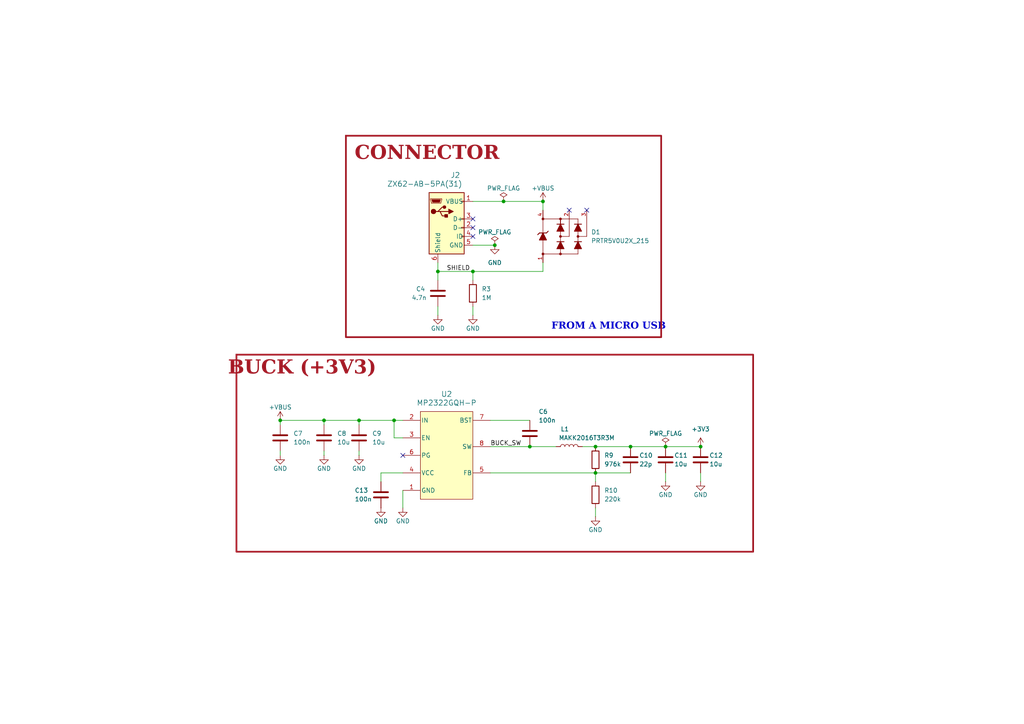
<source format=kicad_sch>
(kicad_sch (version 20250114) (generator "eeschema") (generator_version "9.0")
  (paper "A4")
  (title_block (title "PCB NRF52 PROJECT") (date "2025-05-16") (rev "1.0") (company "Author: William Sleman"))
  (lib_symbols
    (symbol "0_connectors:ZX62-AB-5PA31" (pin_names (offset 0.254))
      (property "Reference" "J" (at -2.54 7.62 0))
      (property "Value" "ZX62-AB-5PA(31)" (at 5.08 5.08 0))
      (symbol "ZX62-AB-5PA31_0_1"
        (rectangle (start -5.08 2.54) (end 5.08 -15.24) (stroke (width 0.254)) (fill (type background)))
        (polyline (pts (xy -4.699 0.762) (xy -4.699 0.508) (xy -4.445 -0.254) (xy -4.445 -0.508) (xy -1.651 -0.508) (xy -1.651 -0.254) (xy -1.397 0.508) (xy -1.397 0.762) (xy -4.699 0.762)))
        (polyline (pts (xy -4.318 0.508) (xy -1.778 0.508) (xy -2.032 -0.254) (xy -4.064 -0.254) (xy -4.318 0.508)) (fill (type outline)))
        (circle (center -3.81 -2.921) (radius 0.635) (stroke (width 0.254)) (fill (type outline)))
        (polyline (pts (xy -3.175 -2.921) (xy -2.54 -2.921) (xy -1.27 -1.651) (xy -0.635 -1.651)) (stroke (width 0.254)))
        (polyline (pts (xy -2.54 -2.921) (xy -1.905 -2.921) (xy -1.27 -4.191) (xy 0 -4.191)) (stroke (width 0.254)))
        (polyline (pts (xy -1.905 -2.921) (xy 0.635 -2.921)) (stroke (width 0.254)))
        (circle (center -0.635 -1.651) (radius 0.381) (stroke (width 0.254)) (fill (type outline)))
        (rectangle (start 0.254 -3.81) (end -0.508 -4.572) (stroke (width 0.254)) (fill (type outline)))
        (polyline (pts (xy 0.635 -2.286) (xy 0.635 -3.556) (xy 1.905 -2.921) (xy 0.635 -2.286)) (stroke (width 0.254)) (fill (type outline)))
        (rectangle (start 5.08 -0.127) (end 4.318 0.127))
        (rectangle (start 5.08 -5.207) (end 4.318 -4.953))
        (rectangle (start 5.08 -7.747) (end 4.318 -7.493))
        (rectangle (start 5.08 -10.287) (end 4.318 -10.033))
      )
      (symbol "ZX62-AB-5PA31_1_1"
        (pin passive line (at -2.54 -17.78 90) (length 2.54) (name "Shield") (number "6"))
        (pin passive line (at -2.54 -17.78 90) (length 2.54) (hide yes) (name "Shield") (number "7"))
        (pin passive line (at -2.54 -17.78 90) (length 2.54) (hide yes) (name "Shield") (number "8"))
        (pin passive line (at -2.54 -17.78 90) (length 2.54) (hide yes) (name "Shield") (number "9"))
        (pin passive line (at 7.62 0 180) (length 2.54) (name "VBUS") (number "1"))
        (pin passive line (at 7.62 -5.08 180) (length 2.54) (name "D+") (number "3"))
        (pin passive line (at 7.62 -7.62 180) (length 2.54) (name "D-") (number "2"))
        (pin passive line (at 7.62 -10.16 180) (length 2.54) (name "ID") (number "4"))
        (pin passive line (at 7.62 -12.7 180) (length 2.54) (name "GND") (number "5"))
      )
      (symbol "ZX62-AB-5PA31_1_2"
        (polyline (pts (xy 5.08 2.54) (xy 5.08 -12.7)) (stroke (width 0.127)))
        (polyline (pts (xy 5.08 -12.7) (xy 12.7 -12.7)) (stroke (width 0.127)))
        (polyline (pts (xy 7.62 0) (xy 5.08 0)) (stroke (width 0.127)))
        (polyline (pts (xy 7.62 0) (xy 8.89 0.8467)) (stroke (width 0.127)))
        (polyline (pts (xy 7.62 0) (xy 8.89 -0.8467)) (stroke (width 0.127)))
        (polyline (pts (xy 7.62 -2.54) (xy 5.08 -2.54)) (stroke (width 0.127)))
        (polyline (pts (xy 7.62 -2.54) (xy 8.89 -1.6933)) (stroke (width 0.127)))
        (polyline (pts (xy 7.62 -2.54) (xy 8.89 -3.3867)) (stroke (width 0.127)))
        (polyline (pts (xy 7.62 -5.08) (xy 5.08 -5.08)) (stroke (width 0.127)))
        (polyline (pts (xy 7.62 -5.08) (xy 8.89 -4.2333)) (stroke (width 0.127)))
        (polyline (pts (xy 7.62 -5.08) (xy 8.89 -5.9267)) (stroke (width 0.127)))
        (polyline (pts (xy 7.62 -7.62) (xy 5.08 -7.62)) (stroke (width 0.127)))
        (polyline (pts (xy 7.62 -7.62) (xy 8.89 -6.7733)) (stroke (width 0.127)))
        (polyline (pts (xy 7.62 -7.62) (xy 8.89 -8.4667)) (stroke (width 0.127)))
        (polyline (pts (xy 7.62 -10.16) (xy 5.08 -10.16)) (stroke (width 0.127)))
        (polyline (pts (xy 7.62 -10.16) (xy 8.89 -9.3133)) (stroke (width 0.127)))
        (polyline (pts (xy 7.62 -10.16) (xy 8.89 -11.0067)) (stroke (width 0.127)))
        (polyline (pts (xy 12.7 2.54) (xy 5.08 2.54)) (stroke (width 0.127)))
        (polyline (pts (xy 12.7 -12.7) (xy 12.7 2.54)) (stroke (width 0.127)))
        (pin unspecified line (at 0 0 0) (length 5.08) (name "1") (number "1"))
        (pin unspecified line (at 0 -2.54 0) (length 5.08) (name "2") (number "2"))
        (pin unspecified line (at 0 -5.08 0) (length 5.08) (name "3") (number "3"))
        (pin unspecified line (at 0 -7.62 0) (length 5.08) (name "4") (number "4"))
        (pin unspecified line (at 0 -10.16 0) (length 5.08) (name "5") (number "5"))
      )
    )
    (symbol "0_diodes:PRTR5V0U2X_215" (pin_names (offset 1.016))
      (property "Reference" "D" (at -2.5474 -7.5404 0))
      (property "Value" "PRTR5V0U2X_215" (at -2.543 -10.3245 0))
      (symbol "PRTR5V0U2X_215_0_0"
        (polyline (pts (xy -6.096 1.016) (xy -6.604 0.508)) (stroke (width 0.254)))
        (polyline (pts (xy -6.096 1.016) (xy -5.08 1.016)) (stroke (width 0.254)))
        (polyline (pts (xy -6.096 -1.016) (xy -5.08 1.016) (xy -4.064 -1.016) (xy -6.096 -1.016)) (stroke (width 0.254)) (fill (type outline)))
        (circle (center -5.08 5.08) (radius 0.254) (stroke (width 0.254)))
        (polyline (pts (xy -5.08 1.016) (xy -5.08 7.62)) (stroke (width 0.1524)))
        (polyline (pts (xy -5.08 1.016) (xy -4.064 1.016)) (stroke (width 0.254)))
        (polyline (pts (xy -5.08 -1.016) (xy -5.08 -7.62)) (stroke (width 0.1524)))
        (circle (center -5.08 -5.08) (radius 0.254) (stroke (width 0.254)))
        (polyline (pts (xy -4.064 1.016) (xy -3.556 1.524)) (stroke (width 0.254)))
        (polyline (pts (xy -1.016 3.556) (xy 0 3.556)) (stroke (width 0.254)))
        (polyline (pts (xy -1.016 1.524) (xy 0 3.556) (xy 1.016 1.524) (xy -1.016 1.524)) (stroke (width 0.254)) (fill (type outline)))
        (polyline (pts (xy -1.016 -1.524) (xy 0 -1.524)) (stroke (width 0.254)))
        (polyline (pts (xy -1.016 -3.556) (xy 0 -1.524) (xy 1.016 -3.556) (xy -1.016 -3.556)) (stroke (width 0.254)) (fill (type outline)))
        (circle (center 0 5.08) (radius 0.254) (stroke (width 0.254)))
        (polyline (pts (xy 0 5.08) (xy -5.08 5.08)) (stroke (width 0.1524)))
        (polyline (pts (xy 0 3.556) (xy 0 5.08)) (stroke (width 0.254)))
        (polyline (pts (xy 0 3.556) (xy 1.016 3.556)) (stroke (width 0.254)))
        (polyline (pts (xy 0 0) (xy 0 1.524)) (stroke (width 0.1524)))
        (polyline (pts (xy 0 0) (xy 2.54 0)) (stroke (width 0.1524)))
        (circle (center 0 0) (radius 0.254) (stroke (width 0.254)))
        (polyline (pts (xy 0 -1.524) (xy 0 0)) (stroke (width 0.1524)))
        (polyline (pts (xy 0 -1.524) (xy 1.016 -1.524)) (stroke (width 0.254)))
        (polyline (pts (xy 0 -3.556) (xy 0 -5.08)) (stroke (width 0.1524)))
        (polyline (pts (xy 0 -5.08) (xy -5.08 -5.08)) (stroke (width 0.1524)))
        (circle (center 0 -5.08) (radius 0.254) (stroke (width 0.254)))
        (polyline (pts (xy 2.54 0) (xy 2.54 7.62)) (stroke (width 0.1524)))
        (polyline (pts (xy 4.064 3.556) (xy 5.08 3.556)) (stroke (width 0.254)))
        (polyline (pts (xy 4.064 1.524) (xy 5.08 3.556) (xy 6.096 1.524) (xy 4.064 1.524)) (stroke (width 0.254)) (fill (type outline)))
        (polyline (pts (xy 4.064 -1.524) (xy 5.08 -1.524)) (stroke (width 0.254)))
        (polyline (pts (xy 4.064 -3.556) (xy 5.08 -1.524) (xy 6.096 -3.556) (xy 4.064 -3.556)) (stroke (width 0.254)) (fill (type outline)))
        (polyline (pts (xy 5.08 5.08) (xy 0 5.08)) (stroke (width 0.1524)))
        (polyline (pts (xy 5.08 3.556) (xy 5.08 5.08)) (stroke (width 0.1524)))
        (polyline (pts (xy 5.08 3.556) (xy 6.096 3.556)) (stroke (width 0.254)))
        (polyline (pts (xy 5.08 0) (xy 5.08 1.524)) (stroke (width 0.1524)))
        (polyline (pts (xy 5.08 0) (xy 7.62 0)) (stroke (width 0.1524)))
        (circle (center 5.08 0) (radius 0.254) (stroke (width 0.254)))
        (polyline (pts (xy 5.08 -1.524) (xy 5.08 0)) (stroke (width 0.1524)))
        (polyline (pts (xy 5.08 -1.524) (xy 6.096 -1.524)) (stroke (width 0.254)))
        (polyline (pts (xy 5.08 -3.556) (xy 5.08 -5.08)) (stroke (width 0.1524)))
        (polyline (pts (xy 5.08 -5.08) (xy 0 -5.08)) (stroke (width 0.1524)))
        (polyline (pts (xy 7.62 0) (xy 7.62 7.62)) (stroke (width 0.1524)))
        (pin passive line (at -5.08 7.62 270) (length 2.54) (name "~") (number "4"))
        (pin passive line (at -5.08 -7.62 90) (length 2.54) (name "~") (number "1"))
        (pin passive line (at 2.54 7.62 270) (length 2.54) (name "~") (number "2"))
        (pin passive line (at 7.62 7.62 270) (length 2.54) (name "~") (number "3"))
      )
    )
    (symbol "0_ics:MP2322GQH-P" (pin_names (offset 0.254))
      (property "Reference" "U" (at 2.54 10.16 0))
      (property "Value" "MP2322GQH-P" (at 4.826 6.858 0))
      (symbol "MP2322GQH-P_0_0"
        (rectangle (start -2.54 5.08) (end 12.7 -20.32) (stroke (width 0.1524)) (fill (type background)))
      )
      (symbol "MP2322GQH-P_1_1"
        (pin passive line (at -7.62 2.54 0) (length 5.08) (name "IN") (number "2"))
        (pin passive line (at -7.62 -2.54 0) (length 5.08) (name "EN") (number "3"))
        (pin passive line (at -7.62 -7.62 0) (length 5.08) (name "PG") (number "6"))
        (pin passive line (at -7.62 -12.7 0) (length 5.08) (name "VCC") (number "4"))
        (pin passive line (at -7.62 -17.78 0) (length 5.08) (name "GND") (number "1"))
        (pin passive line (at 17.78 2.54 180) (length 5.08) (name "BST") (number "7"))
        (pin passive line (at 17.78 -5.08 180) (length 5.08) (name "SW") (number "8"))
        (pin passive line (at 17.78 -12.7 180) (length 5.08) (name "FB") (number "5"))
      )
    )
    (symbol "Device:C" (pin_numbers (hide yes)) (pin_names (offset 0.254))
      (property "Reference" "C" (at 0.635 2.54 0))
      (property "Value" "C" (at 0.635 -2.54 0))
      (symbol "C_0_1"
        (polyline (pts (xy -2.032 0.762) (xy 2.032 0.762)) (stroke (width 0.508)))
        (polyline (pts (xy -2.032 -0.762) (xy 2.032 -0.762)) (stroke (width 0.508)))
      )
      (symbol "C_1_1"
        (pin passive line (at 0 3.81 270) (length 2.794) (name "~") (number "1"))
        (pin passive line (at 0 -3.81 90) (length 2.794) (name "~") (number "2"))
      )
    )
    (symbol "Device:L" (pin_numbers (hide yes)) (pin_names (offset 1.016) (hide yes))
      (property "Reference" "L" (at -1.27 0 90))
      (property "Value" "L" (at 1.905 0 90))
      (symbol "L_0_1"
        (arc (start 0 2.54) (mid 0.6323 1.905) (end 0 1.27))
        (arc (start 0 1.27) (mid 0.6323 0.635) (end 0 0))
        (arc (start 0 0) (mid 0.6323 -0.635) (end 0 -1.27))
        (arc (start 0 -1.27) (mid 0.6323 -1.905) (end 0 -2.54))
      )
      (symbol "L_1_1"
        (pin passive line (at 0 3.81 270) (length 1.27) (name "1") (number "1"))
        (pin passive line (at 0 -3.81 90) (length 1.27) (name "2") (number "2"))
      )
    )
    (symbol "Device:R" (pin_numbers (hide yes)) (pin_names (offset 0))
      (property "Reference" "R" (at 2.032 0 90))
      (property "Value" "R" (at 0 0 90))
      (symbol "R_0_1"
        (rectangle (start -1.016 -2.54) (end 1.016 2.54) (stroke (width 0.254)))
      )
      (symbol "R_1_1"
        (pin passive line (at 0 3.81 270) (length 1.27) (name "~") (number "1"))
        (pin passive line (at 0 -3.81 90) (length 1.27) (name "~") (number "2"))
      )
    )
    (symbol "power:+3V3" (power) (pin_numbers (hide yes)) (pin_names (offset 0) (hide yes))
      (property "Value" "+3V3" (at 0 3.556 0))
      (symbol "+3V3_0_1"
        (polyline (pts (xy -0.762 1.27) (xy 0 2.54)))
        (polyline (pts (xy 0 2.54) (xy 0.762 1.27)))
        (polyline (pts (xy 0 0) (xy 0 2.54)))
      )
      (symbol "+3V3_1_1"
        (pin power_in line (at 0 0 90) (length 0) (name "~") (number "1"))
      )
    )
    (symbol "power:+5V" (power) (pin_numbers (hide yes)) (pin_names (offset 0) (hide yes))
      (property "Value" "+5V" (at 0 3.556 0))
      (symbol "+5V_0_1"
        (polyline (pts (xy -0.762 1.27) (xy 0 2.54)))
        (polyline (pts (xy 0 2.54) (xy 0.762 1.27)))
        (polyline (pts (xy 0 0) (xy 0 2.54)))
      )
      (symbol "+5V_1_1"
        (pin power_in line (at 0 0 90) (length 0) (name "~") (number "1"))
      )
    )
    (symbol "power:GND" (power) (pin_numbers (hide yes)) (pin_names (offset 0) (hide yes))
      (property "Value" "GND" (at 0 -3.81 0))
      (symbol "GND_0_1"
        (polyline (pts (xy 0 0) (xy 0 -1.27) (xy 1.27 -1.27) (xy 0 -2.54) (xy -1.27 -1.27) (xy 0 -1.27)))
      )
      (symbol "GND_1_1"
        (pin power_in line (at 0 0 270) (length 0) (name "~") (number "1"))
      )
    )
    (symbol "power:PWR_FLAG" (power) (pin_numbers (hide yes)) (pin_names (offset 0) (hide yes))
      (property "Value" "PWR_FLAG" (at 0 3.81 0))
      (symbol "PWR_FLAG_0_0"
        (pin power_out line (at 0 0 90) (length 0) (name "~") (number "1"))
      )
      (symbol "PWR_FLAG_0_1"
        (polyline (pts (xy 0 0) (xy 0 1.27) (xy -1.016 1.905) (xy 0 2.54) (xy 1.016 1.905) (xy 0 1.27)))
      )
    )
  )
  (rectangle (start 68.58 102.87) (end 218.44 160.02) (stroke (width 0.5) (color 162 22 34 1)))
  (rectangle (start 100.33 39.37) (end 191.77 97.79) (stroke (width 0.5) (color 162 22 34 1)))
  (text "BUCK (+3V3)" (at 87.63 107.95 0) (effects (font (size 4 4) (bold yes))))
  (text "CONNECTOR" (at 102.87 45.72 0) (effects (font (size 4 4) (bold yes)) (justify left)))
  (text "FROM A MICRO USB" (at 176.53 95.25 0) (effects (font (size 2 2) (bold yes))))
  (text "${SHEETNAME}" (at 88.9 30.48 0) (effects (font (size 9 9) (thickness 1) (bold yes)) (justify left bottom)))
  (junction (at 127 78.74))
  (junction (at 193.04 129.54))
  (junction (at 104.14 121.92))
  (junction (at 146.05 58.42))
  (junction (at 153.67 129.54))
  (junction (at 114.3 121.92))
  (junction (at 143.51 71.12))
  (junction (at 93.98 121.92))
  (junction (at 81.28 121.92))
  (junction (at 203.2 129.54))
  (junction (at 182.88 129.54))
  (junction (at 137.16 78.74))
  (junction (at 157.48 58.42))
  (junction (at 172.72 129.54))
  (junction (at 172.72 137.16))
  (no_connect (at 116.84 132.08))
  (no_connect (at 170.18 60.96))
  (no_connect (at 137.16 63.5))
  (no_connect (at 137.16 68.58))
  (no_connect (at 165.1 60.96))
  (no_connect (at 137.16 66.04))
  (wire (pts (xy 172.72 129.54) (xy 182.88 129.54)))
  (wire (pts (xy 81.28 130.81) (xy 81.28 132.08)))
  (wire (pts (xy 104.14 121.92) (xy 114.3 121.92)))
  (wire (pts (xy 93.98 121.92) (xy 104.14 121.92)))
  (wire (pts (xy 114.3 121.92) (xy 116.84 121.92)))
  (wire (pts (xy 127 78.74) (xy 137.16 78.74)))
  (wire (pts (xy 142.24 137.16) (xy 172.72 137.16)))
  (wire (pts (xy 182.88 129.54) (xy 193.04 129.54)))
  (wire (pts (xy 127 78.74) (xy 127 81.28)))
  (wire (pts (xy 137.16 78.74) (xy 157.48 78.74)))
  (wire (pts (xy 137.16 88.9) (xy 137.16 91.44)))
  (wire (pts (xy 116.84 137.16) (xy 110.49 137.16)))
  (wire (pts (xy 142.24 121.92) (xy 153.67 121.92)))
  (wire (pts (xy 142.24 129.54) (xy 153.67 129.54)))
  (wire (pts (xy 114.3 127) (xy 114.3 121.92)))
  (wire (pts (xy 81.28 121.92) (xy 81.28 123.19)))
  (wire (pts (xy 110.49 137.16) (xy 110.49 139.7)))
  (wire (pts (xy 157.48 78.74) (xy 157.48 76.2)))
  (wire (pts (xy 93.98 130.81) (xy 93.98 132.08)))
  (wire (pts (xy 127 76.2) (xy 127 78.74)))
  (wire (pts (xy 153.67 129.54) (xy 161.29 129.54)))
  (wire (pts (xy 193.04 137.16) (xy 193.04 139.7)))
  (wire (pts (xy 137.16 58.42) (xy 146.05 58.42)))
  (wire (pts (xy 137.16 78.74) (xy 137.16 81.28)))
  (wire (pts (xy 172.72 137.16) (xy 182.88 137.16)))
  (wire (pts (xy 168.91 129.54) (xy 172.72 129.54)))
  (wire (pts (xy 157.48 60.96) (xy 157.48 58.42)))
  (wire (pts (xy 81.28 121.92) (xy 93.98 121.92)))
  (wire (pts (xy 127 88.9) (xy 127 91.44)))
  (wire (pts (xy 104.14 121.92) (xy 104.14 123.19)))
  (wire (pts (xy 172.72 147.32) (xy 172.72 149.86)))
  (wire (pts (xy 104.14 130.81) (xy 104.14 132.08)))
  (wire (pts (xy 146.05 58.42) (xy 157.48 58.42)))
  (wire (pts (xy 193.04 129.54) (xy 203.2 129.54)))
  (wire (pts (xy 93.98 121.92) (xy 93.98 123.19)))
  (wire (pts (xy 203.2 137.16) (xy 203.2 139.7)))
  (wire (pts (xy 116.84 142.24) (xy 116.84 147.32)))
  (wire (pts (xy 172.72 137.16) (xy 172.72 139.7)))
  (wire (pts (xy 116.84 127) (xy 114.3 127)))
  (wire (pts (xy 137.16 71.12) (xy 143.51 71.12)))
  (label "BUCK_SW" (at 142.24 129.54 0))
  (label "SHIELD" (at 129.54 78.74 0))
  (symbol (lib_id "power:GND") (at 81.28 132.08 0) (unit 1)
    (property "Reference" "#PWR022" (effects (hide yes)))
    (property "Value" "GND" (at 81.28 135.89 0))
    (property "Description" "Power symbol creates a global label with name \"GND\" , ground" (effects (hide yes)))
  )
  (symbol (lib_id "power:GND") (at 172.72 149.86 0) (unit 1)
    (property "Reference" "#PWR029" (effects (hide yes)))
    (property "Value" "GND" (at 172.72 153.67 0))
    (property "Description" "Power symbol creates a global label with name \"GND\" , ground" (effects (hide yes)))
  )
  (symbol (lib_id "Device:C") (at 153.67 125.73 0) (unit 1)
    (property "Reference" "C6" (at 156.21 119.38 0) (effects (justify left)))
    (property "Value" "100n" (at 156.21 121.92 0) (effects (justify left)))
    (property "Footprint" "Capacitor_SMD:C_0402_1005Metric" (effects (hide yes)))
    (property "Description" "Unpolarized capacitor" (effects (hide yes)))
  )
  (symbol (lib_id "0_ics:MP2322GQH-P") (at 124.46 124.46 0) (unit 1)
    (property "Reference" "U2" (at 129.54 114.3 0) (effects (font (size 1.524 1.524))))
    (property "Value" "MP2322GQH-P" (at 129.54 116.84 0) (effects (font (size 1.524 1.524))))
    (property "Footprint" "0_ics:QFN-8_1p5MMx2MM_MNP" (effects (hide yes)))
    (property "Datasheet" "MP2322GQH-P" (effects (hide yes)))
  )
  (symbol (lib_id "Device:R") (at 172.72 143.51 0) (unit 1)
    (property "Reference" "R10" (at 175.26 142.2399 0) (effects (justify left)))
    (property "Value" "220k" (at 175.26 144.7799 0) (effects (justify left)))
    (property "Footprint" "Resistor_SMD:R_0402_1005Metric" (effects (hide yes)))
    (property "Description" "Resistor" (effects (hide yes)))
  )
  (symbol (lib_id "Device:R") (at 172.72 133.35 0) (unit 1)
    (property "Reference" "R9" (at 175.26 132.0799 0) (effects (justify left)))
    (property "Value" "976k" (at 175.26 134.6199 0) (effects (justify left)))
    (property "Footprint" "Resistor_SMD:R_0402_1005Metric" (effects (hide yes)))
    (property "Description" "Resistor" (effects (hide yes)))
  )
  (symbol (lib_id "power:GND") (at 143.51 71.12 0) (unit 1)
    (property "Reference" "#PWR013" (effects (hide yes)))
    (property "Value" "GND" (at 143.51 76.2 0))
    (property "Description" "Power symbol creates a global label with name \"GND\" , ground" (effects (hide yes)))
  )
  (symbol (lib_id "power:GND") (at 93.98 132.08 0) (unit 1)
    (property "Reference" "#PWR023" (effects (hide yes)))
    (property "Value" "GND" (at 93.98 135.89 0))
    (property "Description" "Power symbol creates a global label with name \"GND\" , ground" (effects (hide yes)))
  )
  (symbol (lib_id "Device:L") (at 165.1 129.54 90) (unit 1)
    (property "Reference" "L1" (at 163.83 124.46 90))
    (property "Value" "MAKK2016T3R3M" (at 170.18 127 90))
    (property "Footprint" "0_inductors:INDC2016X100N" (effects (hide yes)))
    (property "Description" "Inductor" (effects (hide yes)))
  )
  (symbol (lib_id "power:PWR_FLAG") (at 193.04 129.54 0) (unit 1)
    (property "Reference" "#FLG03" (effects (hide yes)))
    (property "Value" "PWR_FLAG" (at 193.04 125.73 0))
    (property "Description" "Special symbol for telling ERC where power comes from" (effects (hide yes)))
  )
  (symbol (lib_id "power:GND") (at 127 91.44 0) (unit 1)
    (property "Reference" "#PWR014" (effects (hide yes)))
    (property "Value" "GND" (at 127 95.25 0))
    (property "Description" "Power symbol creates a global label with name \"GND\" , ground" (effects (hide yes)))
  )
  (symbol (lib_id "power:+3V3") (at 203.2 129.54 0) (unit 1)
    (property "Reference" "#PWR021" (effects (hide yes)))
    (property "Value" "+3V3" (at 203.2 124.46 0))
    (property "Description" "Power symbol creates a global label with name \"+3V3\"" (effects (hide yes)))
  )
  (symbol (lib_id "Device:C") (at 203.2 133.35 0) (unit 1)
    (property "Reference" "C12" (at 205.74 132.08 0) (effects (justify left)))
    (property "Value" "10u" (at 205.74 134.62 0) (effects (justify left)))
    (property "Footprint" "Capacitor_SMD:C_0603_1608Metric" (effects (hide yes)))
    (property "Description" "Unpolarized capacitor" (effects (hide yes)))
  )
  (symbol (lib_id "power:PWR_FLAG") (at 146.05 58.42 0) (unit 1)
    (property "Reference" "#FLG01" (effects (hide yes)))
    (property "Value" "PWR_FLAG" (at 146.05 54.61 0))
    (property "Description" "Special symbol for telling ERC where power comes from" (effects (hide yes)))
  )
  (symbol (lib_id "Device:C") (at 182.88 133.35 0) (unit 1)
    (property "Reference" "C10" (at 185.42 132.08 0) (effects (justify left)))
    (property "Value" "22p" (at 185.42 134.62 0) (effects (justify left)))
    (property "Footprint" "Capacitor_SMD:C_0402_1005Metric" (effects (hide yes)))
    (property "Description" "Unpolarized capacitor" (effects (hide yes)))
  )
  (symbol (lib_id "power:GND") (at 104.14 132.08 0) (unit 1)
    (property "Reference" "#PWR024" (effects (hide yes)))
    (property "Value" "GND" (at 104.14 135.89 0))
    (property "Description" "Power symbol creates a global label with name \"GND\" , ground" (effects (hide yes)))
  )
  (symbol (lib_id "Device:C") (at 193.04 133.35 0) (unit 1)
    (property "Reference" "C11" (at 195.58 132.08 0) (effects (justify left)))
    (property "Value" "10u" (at 195.58 134.62 0) (effects (justify left)))
    (property "Footprint" "Capacitor_SMD:C_0603_1608Metric" (effects (hide yes)))
    (property "Description" "Unpolarized capacitor" (effects (hide yes)))
  )
  (symbol (lib_id "power:+5V") (at 81.28 121.92 0) (unit 1)
    (property "Reference" "#PWR020" (effects (hide yes)))
    (property "Value" "+VBUS" (at 81.28 118.11 0))
    (property "Description" "Power symbol creates a global label with name \"+5V\"" (effects (hide yes)))
  )
  (symbol (lib_id "power:GND") (at 116.84 147.32 0) (unit 1)
    (property "Reference" "#PWR028" (effects (hide yes)))
    (property "Value" "GND" (at 116.84 151.13 0))
    (property "Description" "Power symbol creates a global label with name \"GND\" , ground" (effects (hide yes)))
  )
  (symbol (lib_id "power:GND") (at 137.16 91.44 0) (unit 1)
    (property "Reference" "#PWR015" (effects (hide yes)))
    (property "Value" "GND" (at 137.16 95.25 0))
    (property "Description" "Power symbol creates a global label with name \"GND\" , ground" (effects (hide yes)))
  )
  (symbol (lib_id "0_diodes:PRTR5V0U2X_215") (at 162.56 68.58 0) (unit 1)
    (property "Reference" "D1" (at 171.45 67.3099 0) (effects (justify left)))
    (property "Value" "PRTR5V0U2X_215" (at 171.45 69.8499 0) (effects (justify left)))
    (property "Footprint" "0_diodes:SOT143B" (effects (hide yes)))
    (property "MF" "Nexperia USA Inc." (effects (hide yes)))
    (property "Description_1" "- Clamp - Ipp Tvs Diode Surface Mount SOT-143B" (effects (hide yes)))
    (property "Package" "TO-253-4 Nexperia USA Inc." (effects (hide yes)))
    (property "Price" "None" (effects (hide yes)))
    (property "SnapEDA_Link" "https://www.snapeda.com/parts/PRTR5V0U2X,215/Nexperia/view-part/?ref=snap" (effects (hide yes)))
    (property "MP" "PRTR5V0U2X,215" (effects (hide yes)))
    (property "Availability" "In Stock" (effects (hide yes)))
    (property "Check_prices" "https://www.snapeda.com/parts/PRTR5V0U2X,215/Nexperia/view-part/?ref=eda" (effects (hide yes)))
  )
  (symbol (lib_id "Device:C") (at 104.14 127 0) (unit 1)
    (property "Reference" "C9" (at 107.95 125.7299 0) (effects (justify left)))
    (property "Value" "10u" (at 107.95 128.2699 0) (effects (justify left)))
    (property "Footprint" "Capacitor_SMD:C_0603_1608Metric" (effects (hide yes)))
    (property "Description" "Unpolarized capacitor" (effects (hide yes)))
  )
  (symbol (lib_id "power:PWR_FLAG") (at 143.51 71.12 0) (unit 1)
    (property "Reference" "#FLG02" (effects (hide yes)))
    (property "Value" "PWR_FLAG" (at 143.51 67.31 0))
    (property "Description" "Special symbol for telling ERC where power comes from" (effects (hide yes)))
  )
  (symbol (lib_id "Device:C") (at 93.98 127 0) (unit 1)
    (property "Reference" "C8" (at 97.79 125.7299 0) (effects (justify left)))
    (property "Value" "10u" (at 97.79 128.2699 0) (effects (justify left)))
    (property "Footprint" "Capacitor_SMD:C_0603_1608Metric" (effects (hide yes)))
    (property "Description" "Unpolarized capacitor" (effects (hide yes)))
  )
  (symbol (lib_id "power:GND") (at 203.2 139.7 0) (unit 1)
    (property "Reference" "#PWR026" (effects (hide yes)))
    (property "Value" "GND" (at 203.2 143.51 0))
    (property "Description" "Power symbol creates a global label with name \"GND\" , ground" (effects (hide yes)))
  )
  (symbol (lib_id "0_connectors:ZX62-AB-5PA31") (at 129.54 58.42 0) (unit 1)
    (property "Reference" "J2" (at 132.08 50.8 0) (effects (font (size 1.524 1.524))))
    (property "Value" "ZX62-AB-5PA(31)" (at 123.19 53.34 0) (effects (font (size 1.524 1.524))))
    (property "Footprint" "0_connectors:CONN5_ZX62-AB-5PA_HIR" (effects (hide yes)))
    (property "Datasheet" "ZX62-AB-5PA31" (effects (hide yes)))
  )
  (symbol (lib_id "power:+5V") (at 157.48 58.42 0) (unit 1)
    (property "Reference" "#PWR011" (effects (hide yes)))
    (property "Value" "+VBUS" (at 157.48 54.61 0))
    (property "Description" "Power symbol creates a global label with name \"+5V\"" (effects (hide yes)))
  )
  (symbol (lib_id "Device:C") (at 127 85.09 0) (unit 1)
    (property "Reference" "C4" (at 120.65 83.82 0) (effects (justify left)))
    (property "Value" "4.7n" (at 119.38 86.36 0) (effects (justify left)))
    (property "Footprint" "Capacitor_SMD:C_0805_2012Metric" (effects (hide yes)))
    (property "Description" "Unpolarized capacitor" (effects (hide yes)))
  )
  (symbol (lib_id "power:GND") (at 193.04 139.7 0) (unit 1)
    (property "Reference" "#PWR025" (effects (hide yes)))
    (property "Value" "GND" (at 193.04 143.51 0))
    (property "Description" "Power symbol creates a global label with name \"GND\" , ground" (effects (hide yes)))
  )
  (symbol (lib_id "Device:R") (at 137.16 85.09 0) (unit 1)
    (property "Reference" "R3" (at 139.7 83.8199 0) (effects (justify left)))
    (property "Value" "1M" (at 139.7 86.3599 0) (effects (justify left)))
    (property "Footprint" "Resistor_SMD:R_0402_1005Metric" (effects (hide yes)))
    (property "Description" "Resistor" (effects (hide yes)))
  )
  (symbol (lib_id "Device:C") (at 110.49 143.51 0) (unit 1)
    (property "Reference" "C13" (at 102.87 142.24 0) (effects (justify left)))
    (property "Value" "100n" (at 102.87 144.78 0) (effects (justify left)))
    (property "Footprint" "Capacitor_SMD:C_0402_1005Metric" (effects (hide yes)))
    (property "Description" "Unpolarized capacitor" (effects (hide yes)))
  )
  (symbol (lib_id "Device:C") (at 81.28 127 0) (unit 1)
    (property "Reference" "C7" (at 85.09 125.7299 0) (effects (justify left)))
    (property "Value" "100n" (at 85.09 128.2699 0) (effects (justify left)))
    (property "Footprint" "Capacitor_SMD:C_0402_1005Metric" (effects (hide yes)))
    (property "Description" "Unpolarized capacitor" (effects (hide yes)))
  )
  (symbol (lib_id "power:GND") (at 110.49 147.32 0) (unit 1)
    (property "Reference" "#PWR027" (effects (hide yes)))
    (property "Value" "GND" (at 110.49 151.13 0))
    (property "Description" "Power symbol creates a global label with name \"GND\" , ground" (effects (hide yes)))
  )
)
</source>
